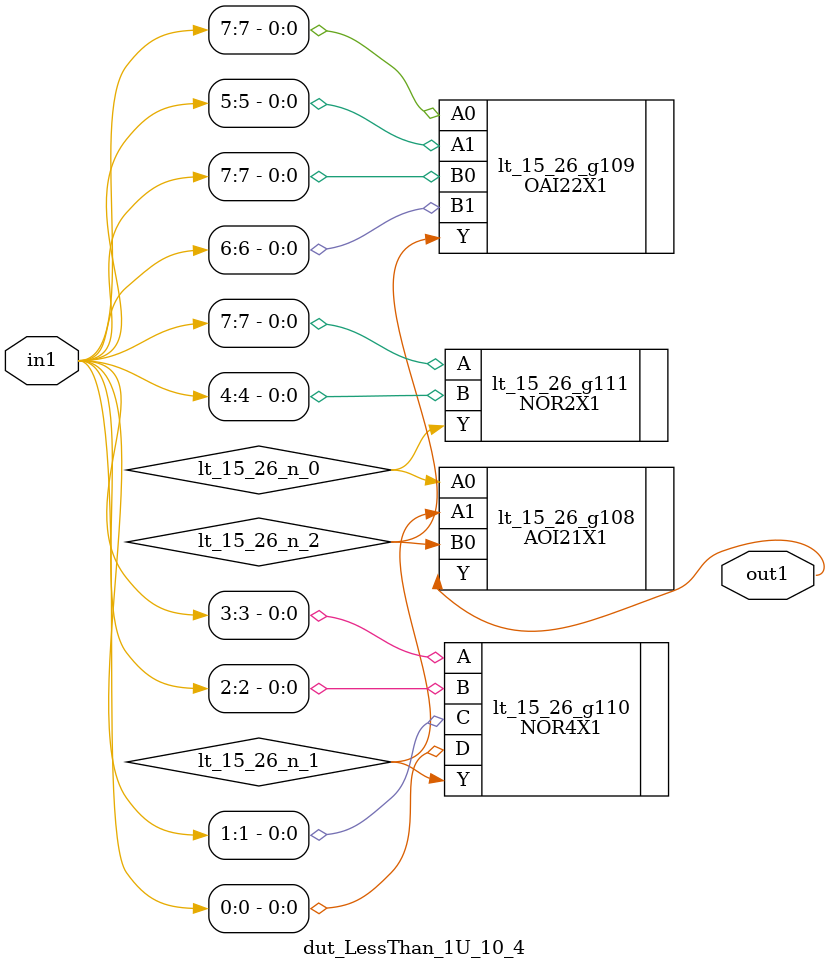
<source format=v>
`timescale 1ps / 1ps


module dut_LessThan_1U_10_4(in1, out1);
  input [7:0] in1;
  output out1;
  wire [7:0] in1;
  wire out1;
  wire lt_15_26_n_0, lt_15_26_n_1, lt_15_26_n_2;
  AOI21X1 lt_15_26_g108(.A0 (lt_15_26_n_0), .A1 (lt_15_26_n_1), .B0
       (lt_15_26_n_2), .Y (out1));
  OAI22X1 lt_15_26_g109(.A0 (in1[7]), .A1 (in1[5]), .B0 (in1[7]), .B1
       (in1[6]), .Y (lt_15_26_n_2));
  NOR4X1 lt_15_26_g110(.A (in1[3]), .B (in1[2]), .C (in1[1]), .D
       (in1[0]), .Y (lt_15_26_n_1));
  NOR2X1 lt_15_26_g111(.A (in1[7]), .B (in1[4]), .Y (lt_15_26_n_0));
endmodule



</source>
